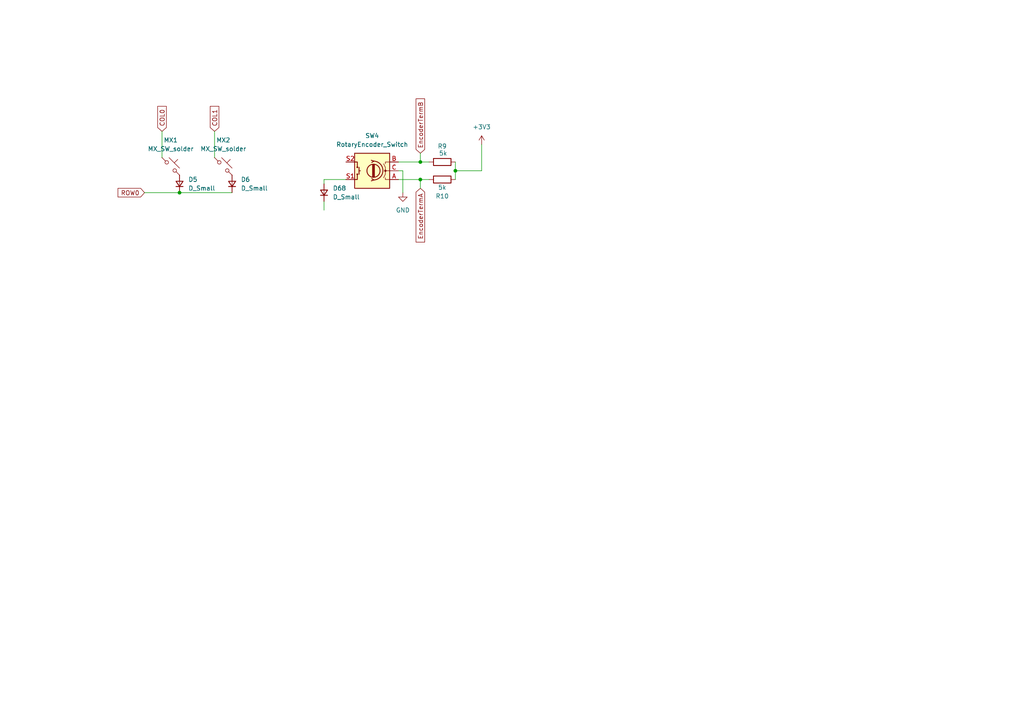
<source format=kicad_sch>
(kicad_sch (version 20250114) (generator "eeschema") (generator_version "9.0")
  (paper "A4")
  (lib_symbols
    (symbol "+3V3_1" (power) (pin_numbers (hide yes)) (pin_names (offset 0) (hide yes))
      (property "Value" "+3V3" (at 0 3.556 0))
      (symbol "+3V3_1_0_1"
        (polyline (pts (xy -0.762 1.27) (xy 0 2.54)))
        (polyline (pts (xy 0 2.54) (xy 0.762 1.27)))
        (polyline (pts (xy 0 0) (xy 0 2.54)))
      )
      (symbol "+3V3_1_1_1"
        (pin power_in line (at 0 0 90) (length 0) (name "~") (number "1"))
      )
    )
    (symbol "Device:D_Small" (pin_numbers (hide yes)) (pin_names (offset 0.254) (hide yes))
      (property "Reference" "D" (at -1.27 2.032 0))
      (property "Value" "D_Small" (at -3.81 -2.032 0))
      (symbol "D_Small_0_1"
        (polyline (pts (xy -0.762 0) (xy 0.762 0)))
        (polyline (pts (xy -0.762 -1.016) (xy -0.762 1.016)) (stroke (width 0.254)))
        (polyline (pts (xy 0.762 -1.016) (xy -0.762 0) (xy 0.762 1.016) (xy 0.762 -1.016)) (stroke (width 0.254)))
      )
      (symbol "D_Small_1_1"
        (pin passive line (at -2.54 0 0) (length 1.778) (name "K") (number "1"))
        (pin passive line (at 2.54 0 180) (length 1.778) (name "A") (number "2"))
      )
    )
    (symbol "Device:R" (pin_numbers (hide yes)) (pin_names (offset 0))
      (property "Reference" "R" (at 2.032 0 90))
      (property "Value" "R" (at 0 0 90))
      (symbol "R_0_1"
        (rectangle (start -1.016 -2.54) (end 1.016 2.54) (stroke (width 0.254)))
      )
      (symbol "R_1_1"
        (pin passive line (at 0 3.81 270) (length 1.27) (name "~") (number "1"))
        (pin passive line (at 0 -3.81 90) (length 1.27) (name "~") (number "2"))
      )
    )
    (symbol "Device:RotaryEncoder_Switch" (pin_names (offset 0.254) (hide yes))
      (property "Reference" "SW" (at 0 6.604 0))
      (property "Value" "RotaryEncoder_Switch" (at 0 -6.604 0))
      (symbol "RotaryEncoder_Switch_0_1"
        (rectangle (start -5.08 5.08) (end 5.08 -5.08) (stroke (width 0.254)) (fill (type background)))
        (polyline (pts (xy -5.08 2.54) (xy -3.81 2.54) (xy -3.81 2.032)))
        (polyline (pts (xy -5.08 0) (xy -3.81 0) (xy -3.81 -1.016) (xy -3.302 -2.032)))
        (polyline (pts (xy -5.08 -2.54) (xy -3.81 -2.54) (xy -3.81 -2.032)))
        (polyline (pts (xy -4.318 0) (xy -3.81 0) (xy -3.81 1.016) (xy -3.302 2.032)))
        (circle (center -3.81 0) (radius 0.254) (fill (type outline)))
        (polyline (pts (xy -0.635 -1.778) (xy -0.635 1.778)) (stroke (width 0.254)))
        (circle (center -0.381 0) (radius 1.905) (stroke (width 0.254)))
        (polyline (pts (xy -0.381 -1.778) (xy -0.381 1.778)) (stroke (width 0.254)))
        (arc (start -0.381 -2.794) (mid -3.0988 -0.0635) (end -0.381 2.667) (stroke (width 0.254)))
        (polyline (pts (xy -0.127 1.778) (xy -0.127 -1.778)) (stroke (width 0.254)))
        (polyline (pts (xy 0.254 2.921) (xy -0.508 2.667) (xy 0.127 2.286)) (stroke (width 0.254)))
        (polyline (pts (xy 0.254 -3.048) (xy -0.508 -2.794) (xy 0.127 -2.413)) (stroke (width 0.254)))
        (polyline (pts (xy 3.81 1.016) (xy 3.81 -1.016)) (stroke (width 0.254)))
        (polyline (pts (xy 3.81 0) (xy 3.429 0)) (stroke (width 0.254)))
        (circle (center 4.318 1.016) (radius 0.127) (stroke (width 0.254)))
        (circle (center 4.318 -1.016) (radius 0.127) (stroke (width 0.254)))
        (polyline (pts (xy 5.08 2.54) (xy 4.318 2.54) (xy 4.318 1.016)) (stroke (width 0.254)))
        (polyline (pts (xy 5.08 -2.54) (xy 4.318 -2.54) (xy 4.318 -1.016)) (stroke (width 0.254)))
      )
      (symbol "RotaryEncoder_Switch_1_1"
        (pin passive line (at -7.62 2.54 0) (length 2.54) (name "A") (number "A"))
        (pin passive line (at -7.62 0 0) (length 2.54) (name "C") (number "C"))
        (pin passive line (at -7.62 -2.54 0) (length 2.54) (name "B") (number "B"))
        (pin passive line (at 7.62 2.54 180) (length 2.54) (name "S1") (number "S1"))
        (pin passive line (at 7.62 -2.54 180) (length 2.54) (name "S2") (number "S2"))
      )
    )
    (symbol "GND_1" (power) (pin_numbers (hide yes)) (pin_names (offset 0) (hide yes))
      (property "Value" "GND" (at 0 -3.81 0))
      (symbol "GND_1_0_1"
        (polyline (pts (xy 0 0) (xy 0 -1.27) (xy 1.27 -1.27) (xy 0 -2.54) (xy -1.27 -1.27) (xy 0 -1.27)))
      )
      (symbol "GND_1_1_1"
        (pin power_in line (at 0 0 270) (length 0) (name "~") (number "1"))
      )
    )
    (symbol "PCM_marbastlib-mx:MX_SW_solder" (pin_numbers (hide yes)) (pin_names (offset 1.016) (hide yes))
      (property "Reference" "MX" (at 3.048 1.016 0))
      (property "Value" "MX_SW_solder" (at 0 -3.81 0))
      (symbol "MX_SW_solder_0_1"
        (polyline (pts (xy -2.54 2.54) (xy -1.524 1.524) (xy -1.524 1.524)))
        (circle (center -1.1684 1.1684) (radius 0.508))
        (polyline (pts (xy -0.508 2.54) (xy 2.54 -0.508)))
        (polyline (pts (xy 1.016 1.016) (xy 2.032 2.032)))
        (circle (center 1.143 -1.1938) (radius 0.508))
        (polyline (pts (xy 1.524 -1.524) (xy 2.54 -2.54) (xy 2.54 -2.54) (xy 2.54 -2.54)))
        (pin passive line (at -2.54 2.54 0) (length 0) (name "1") (number "1"))
        (pin passive line (at 2.54 -2.54 180) (length 0) (name "2") (number "2"))
      )
    )
  )
  (junction (at 52.07 55.88))
  (junction (at 132.08 49.53))
  (junction (at 121.92 52.07))
  (junction (at 121.92 46.99))
  (wire (pts (xy 121.92 44.45) (xy 121.92 46.99)))
  (wire (pts (xy 116.84 49.53) (xy 115.57 49.53)))
  (wire (pts (xy 115.57 46.99) (xy 121.92 46.99)))
  (wire (pts (xy 132.08 49.53) (xy 132.08 46.99)))
  (wire (pts (xy 46.99 38.1) (xy 46.99 45.72)))
  (wire (pts (xy 139.7 41.91) (xy 139.7 49.53)))
  (wire (pts (xy 139.7 49.53) (xy 132.08 49.53)))
  (wire (pts (xy 62.23 38.1) (xy 62.23 45.72)))
  (wire (pts (xy 93.98 52.07) (xy 93.98 53.34)))
  (wire (pts (xy 115.57 52.07) (xy 121.92 52.07)))
  (wire (pts (xy 100.33 52.07) (xy 93.98 52.07)))
  (wire (pts (xy 121.92 46.99) (xy 124.46 46.99)))
  (wire (pts (xy 52.07 55.88) (xy 67.31 55.88)))
  (wire (pts (xy 116.84 55.88) (xy 116.84 49.53)))
  (wire (pts (xy 121.92 52.07) (xy 124.46 52.07)))
  (wire (pts (xy 121.92 54.61) (xy 121.92 52.07)))
  (wire (pts (xy 41.91 55.88) (xy 52.07 55.88)))
  (wire (pts (xy 93.98 58.42) (xy 93.98 60.96)))
  (wire (pts (xy 132.08 52.07) (xy 132.08 49.53)))
  (global_label "EncoderTermA" (shape input) (at 121.92 54.61 270) (property "Intersheetrefs" "${INTERSHEET_REFS}" (effects (hide yes))))
  (global_label "COL1" (shape input) (at 62.23 38.1 90) (property "Intersheetrefs" "${INTERSHEET_REFS}" (effects (hide yes))))
  (global_label "ROW0" (shape input) (at 41.91 55.88 180) (property "Intersheetrefs" "${INTERSHEET_REFS}" (effects (hide yes))))
  (global_label "COL0" (shape input) (at 46.99 38.1 90) (property "Intersheetrefs" "${INTERSHEET_REFS}" (effects (hide yes))))
  (global_label "EncoderTermB" (shape input) (at 121.92 44.45 90) (property "Intersheetrefs" "${INTERSHEET_REFS}" (effects (hide yes))))
  (symbol (lib_id "Device:D_Small") (at 67.31 53.34 90) (unit 1)
    (property "Reference" "D6" (at 69.85 52.0699 90) (effects (justify right)))
    (property "Value" "D_Small" (at 69.85 54.6099 90) (effects (justify right)))
    (property "Footprint" "Diode_SMD:D_SOD-123" (effects (hide yes)))
    (property "Description" "Diode, small symbol" (effects (hide yes)))
    (property "Sim.Device" "D" (effects (hide yes)))
    (property "Sim.Pins" "1=K 2=A" (effects (hide yes)))
  )
  (symbol (lib_name "GND_1") (lib_id "power:GND") (at 116.84 55.88 0) (unit 1)
    (property "Reference" "#PWR020" (effects (hide yes)))
    (property "Value" "GND" (at 116.84 60.96 0))
    (property "Description" "Power symbol creates a global label with name \"GND\" , ground" (effects (hide yes)))
  )
  (symbol (lib_id "Device:R") (at 128.27 52.07 270) (unit 1)
    (property "Reference" "R10" (at 128.27 56.896 90))
    (property "Value" "5k" (at 128.27 54.356 90))
    (property "Footprint" "Resistor_SMD:R_0603_1608Metric_Pad0.98x0.95mm_HandSolder" (effects (hide yes)))
    (property "Description" "Resistor" (effects (hide yes)))
  )
  (symbol (lib_id "Device:RotaryEncoder_Switch") (at 107.95 49.53 180) (unit 1)
    (property "Reference" "SW4" (at 107.95 39.37 0))
    (property "Value" "RotaryEncoder_Switch" (at 107.95 41.91 0))
    (property "Footprint" "PCM_marbastlib-various:ROT_Alps_EC11E-Switch" (effects (hide yes)))
    (property "Description" "Rotary encoder, dual channel, incremental quadrate outputs, with switch" (effects (hide yes)))
  )
  (symbol (lib_id "Device:R") (at 128.27 46.99 270) (unit 1)
    (property "Reference" "R9" (at 128.27 42.418 90))
    (property "Value" "5k" (at 128.524 44.45 90))
    (property "Footprint" "Resistor_SMD:R_0603_1608Metric_Pad0.98x0.95mm_HandSolder" (effects (hide yes)))
    (property "Description" "Resistor" (effects (hide yes)))
  )
  (symbol (lib_id "PCM_marbastlib-mx:MX_SW_solder") (at 64.77 48.26 0) (unit 1)
    (property "Reference" "MX2" (at 64.77 40.64 0))
    (property "Value" "MX_SW_solder" (at 64.77 43.18 0))
    (property "Footprint" "PCM_marbastlib-mx:SW_MX_1u" (effects (hide yes)))
    (property "Description" "Push button switch, normally open, two pins, 45° tilted" (effects (hide yes)))
  )
  (symbol (lib_id "Device:D_Small") (at 93.98 55.88 90) (unit 1)
    (property "Reference" "D68" (at 96.52 54.6099 90) (effects (justify right)))
    (property "Value" "D_Small" (at 96.52 57.1499 90) (effects (justify right)))
    (property "Footprint" "Diode_SMD:D_SOD-123" (effects (hide yes)))
    (property "Description" "Diode, small symbol" (effects (hide yes)))
    (property "Sim.Device" "D" (effects (hide yes)))
    (property "Sim.Pins" "1=K 2=A" (effects (hide yes)))
  )
  (symbol (lib_name "+3V3_1") (lib_id "power:+3V3") (at 139.7 41.91 0) (unit 1)
    (property "Reference" "#PWR021" (effects (hide yes)))
    (property "Value" "+3V3" (at 139.7 36.83 0))
    (property "Description" "Power symbol creates a global label with name \"+3V3\"" (effects (hide yes)))
  )
  (symbol (lib_id "PCM_marbastlib-mx:MX_SW_solder") (at 49.53 48.26 0) (unit 1)
    (property "Reference" "MX1" (at 49.53 40.64 0))
    (property "Value" "MX_SW_solder" (at 49.53 43.18 0))
    (property "Footprint" "PCM_marbastlib-mx:SW_MX_1u" (effects (hide yes)))
    (property "Description" "Push button switch, normally open, two pins, 45° tilted" (effects (hide yes)))
  )
  (symbol (lib_id "Device:D_Small") (at 52.07 53.34 90) (unit 1)
    (property "Reference" "D5" (at 54.61 52.0699 90) (effects (justify right)))
    (property "Value" "D_Small" (at 54.61 54.6099 90) (effects (justify right)))
    (property "Footprint" "Diode_SMD:D_SOD-123" (effects (hide yes)))
    (property "Description" "Diode, small symbol" (effects (hide yes)))
    (property "Sim.Device" "D" (effects (hide yes)))
    (property "Sim.Pins" "1=K 2=A" (effects (hide yes)))
  )
)
</source>
